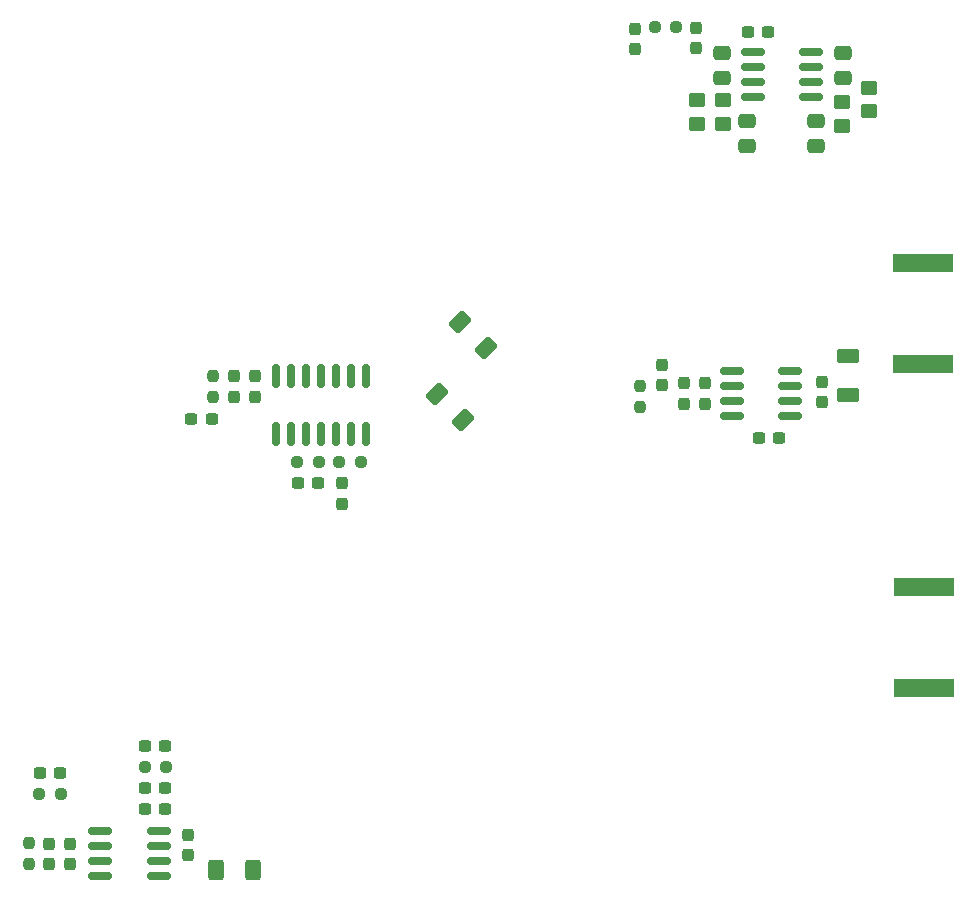
<source format=gbr>
%TF.GenerationSoftware,KiCad,Pcbnew,7.0.8*%
%TF.CreationDate,2023-11-11T12:02:15+01:00*%
%TF.ProjectId,Rhapsody_IQ,52686170-736f-4647-995f-49512e6b6963,rev?*%
%TF.SameCoordinates,Original*%
%TF.FileFunction,Paste,Bot*%
%TF.FilePolarity,Positive*%
%FSLAX46Y46*%
G04 Gerber Fmt 4.6, Leading zero omitted, Abs format (unit mm)*
G04 Created by KiCad (PCBNEW 7.0.8) date 2023-11-11 12:02:15*
%MOMM*%
%LPD*%
G01*
G04 APERTURE LIST*
G04 Aperture macros list*
%AMRoundRect*
0 Rectangle with rounded corners*
0 $1 Rounding radius*
0 $2 $3 $4 $5 $6 $7 $8 $9 X,Y pos of 4 corners*
0 Add a 4 corners polygon primitive as box body*
4,1,4,$2,$3,$4,$5,$6,$7,$8,$9,$2,$3,0*
0 Add four circle primitives for the rounded corners*
1,1,$1+$1,$2,$3*
1,1,$1+$1,$4,$5*
1,1,$1+$1,$6,$7*
1,1,$1+$1,$8,$9*
0 Add four rect primitives between the rounded corners*
20,1,$1+$1,$2,$3,$4,$5,0*
20,1,$1+$1,$4,$5,$6,$7,0*
20,1,$1+$1,$6,$7,$8,$9,0*
20,1,$1+$1,$8,$9,$2,$3,0*%
G04 Aperture macros list end*
%ADD10R,5.080000X1.500000*%
%ADD11RoundRect,0.237500X-0.300000X-0.237500X0.300000X-0.237500X0.300000X0.237500X-0.300000X0.237500X0*%
%ADD12RoundRect,0.237500X0.250000X0.237500X-0.250000X0.237500X-0.250000X-0.237500X0.250000X-0.237500X0*%
%ADD13RoundRect,0.237500X0.300000X0.237500X-0.300000X0.237500X-0.300000X-0.237500X0.300000X-0.237500X0*%
%ADD14RoundRect,0.237500X0.237500X-0.250000X0.237500X0.250000X-0.237500X0.250000X-0.237500X-0.250000X0*%
%ADD15RoundRect,0.237500X-0.237500X0.300000X-0.237500X-0.300000X0.237500X-0.300000X0.237500X0.300000X0*%
%ADD16RoundRect,0.237500X0.237500X-0.300000X0.237500X0.300000X-0.237500X0.300000X-0.237500X-0.300000X0*%
%ADD17RoundRect,0.250000X-0.400000X-0.625000X0.400000X-0.625000X0.400000X0.625000X-0.400000X0.625000X0*%
%ADD18RoundRect,0.150000X0.825000X0.150000X-0.825000X0.150000X-0.825000X-0.150000X0.825000X-0.150000X0*%
%ADD19RoundRect,0.237500X-0.250000X-0.237500X0.250000X-0.237500X0.250000X0.237500X-0.250000X0.237500X0*%
%ADD20RoundRect,0.250000X0.700000X-0.362500X0.700000X0.362500X-0.700000X0.362500X-0.700000X-0.362500X0*%
%ADD21RoundRect,0.250000X-0.724784X-0.159099X-0.159099X-0.724784X0.724784X0.159099X0.159099X0.724784X0*%
%ADD22RoundRect,0.250000X0.475000X-0.337500X0.475000X0.337500X-0.475000X0.337500X-0.475000X-0.337500X0*%
%ADD23RoundRect,0.150000X-0.150000X0.825000X-0.150000X-0.825000X0.150000X-0.825000X0.150000X0.825000X0*%
%ADD24RoundRect,0.250000X0.450000X-0.350000X0.450000X0.350000X-0.450000X0.350000X-0.450000X-0.350000X0*%
%ADD25RoundRect,0.250000X-0.450000X0.350000X-0.450000X-0.350000X0.450000X-0.350000X0.450000X0.350000X0*%
%ADD26RoundRect,0.237500X-0.237500X0.250000X-0.237500X-0.250000X0.237500X-0.250000X0.237500X0.250000X0*%
%ADD27RoundRect,0.250000X-0.475000X0.337500X-0.475000X-0.337500X0.475000X-0.337500X0.475000X0.337500X0*%
G04 APERTURE END LIST*
D10*
%TO.C,J102*%
X188566500Y-80332000D03*
X188566500Y-88832000D03*
%TD*%
%TO.C,J104*%
X188439500Y-52900000D03*
X188439500Y-61400000D03*
%TD*%
D11*
%TO.C,C233*%
X173635500Y-33274000D03*
X175360500Y-33274000D03*
%TD*%
D12*
%TO.C,R305*%
X124395000Y-95504000D03*
X122570000Y-95504000D03*
%TD*%
D13*
%TO.C,C402*%
X128243500Y-66105000D03*
X126518500Y-66105000D03*
%TD*%
D14*
%TO.C,R307*%
X112776000Y-103782500D03*
X112776000Y-101957500D03*
%TD*%
D15*
%TO.C,C115*%
X179959000Y-62891500D03*
X179959000Y-64616500D03*
%TD*%
D16*
%TO.C,C404*%
X131953000Y-64173500D03*
X131953000Y-62448500D03*
%TD*%
D17*
%TO.C,R306*%
X128625000Y-104267000D03*
X131725000Y-104267000D03*
%TD*%
D15*
%TO.C,C232*%
X169265600Y-32970300D03*
X169265600Y-34695300D03*
%TD*%
D18*
%TO.C,U303*%
X123785400Y-100914200D03*
X123785400Y-102184200D03*
X123785400Y-103454200D03*
X123785400Y-104724200D03*
X118835400Y-104724200D03*
X118835400Y-103454200D03*
X118835400Y-102184200D03*
X118835400Y-100914200D03*
%TD*%
D11*
%TO.C,C311*%
X122581500Y-97282000D03*
X124306500Y-97282000D03*
%TD*%
D19*
%TO.C,R405*%
X139041500Y-69723000D03*
X140866500Y-69723000D03*
%TD*%
D20*
%TO.C,L203*%
X182118000Y-64044900D03*
X182118000Y-60719900D03*
%TD*%
D21*
%TO.C,R401*%
X149271984Y-57831984D03*
X151464016Y-60024016D03*
%TD*%
D22*
%TO.C,C221*%
X171500800Y-37156300D03*
X171500800Y-35081300D03*
%TD*%
D18*
%TO.C,U102*%
X177227000Y-61976000D03*
X177227000Y-63246000D03*
X177227000Y-64516000D03*
X177227000Y-65786000D03*
X172277000Y-65786000D03*
X172277000Y-64516000D03*
X172277000Y-63246000D03*
X172277000Y-61976000D03*
%TD*%
D19*
%TO.C,R303*%
X113641500Y-97825500D03*
X115466500Y-97825500D03*
%TD*%
D16*
%TO.C,C403*%
X130175000Y-64173500D03*
X130175000Y-62448500D03*
%TD*%
%TO.C,C405*%
X139319000Y-73226000D03*
X139319000Y-71501000D03*
%TD*%
D11*
%TO.C,C312*%
X122581500Y-99060000D03*
X124306500Y-99060000D03*
%TD*%
D23*
%TO.C,U401*%
X133731000Y-62422000D03*
X135001000Y-62422000D03*
X136271000Y-62422000D03*
X137541000Y-62422000D03*
X138811000Y-62422000D03*
X140081000Y-62422000D03*
X141351000Y-62422000D03*
X141351000Y-67372000D03*
X140081000Y-67372000D03*
X138811000Y-67372000D03*
X137541000Y-67372000D03*
X136271000Y-67372000D03*
X135001000Y-67372000D03*
X133731000Y-67372000D03*
%TD*%
D19*
%TO.C,R221*%
X165762300Y-32918400D03*
X167587300Y-32918400D03*
%TD*%
D24*
%TO.C,R217*%
X169367200Y-41081200D03*
X169367200Y-39081200D03*
%TD*%
%TO.C,R207*%
X183946800Y-40014400D03*
X183946800Y-38014400D03*
%TD*%
D25*
%TO.C,R208*%
X181660800Y-39233600D03*
X181660800Y-41233600D03*
%TD*%
D11*
%TO.C,C310*%
X122581500Y-93726000D03*
X124306500Y-93726000D03*
%TD*%
D16*
%TO.C,C110*%
X166370000Y-63194100D03*
X166370000Y-61469100D03*
%TD*%
D26*
%TO.C,R104*%
X164530000Y-63247900D03*
X164530000Y-65072900D03*
%TD*%
D21*
%TO.C,R402*%
X147366984Y-63927984D03*
X149559016Y-66120016D03*
%TD*%
D15*
%TO.C,C112*%
X168213000Y-63043900D03*
X168213000Y-64768900D03*
%TD*%
D25*
%TO.C,R218*%
X171551600Y-39081200D03*
X171551600Y-41081200D03*
%TD*%
D11*
%TO.C,C114*%
X174589500Y-67691000D03*
X176314500Y-67691000D03*
%TD*%
D15*
%TO.C,C231*%
X164134800Y-33021100D03*
X164134800Y-34746100D03*
%TD*%
D16*
%TO.C,C309*%
X126238000Y-102970500D03*
X126238000Y-101245500D03*
%TD*%
D22*
%TO.C,C205*%
X181711600Y-37177800D03*
X181711600Y-35102800D03*
%TD*%
D19*
%TO.C,R404*%
X135485500Y-69723000D03*
X137310500Y-69723000D03*
%TD*%
D15*
%TO.C,C111*%
X169991000Y-63043900D03*
X169991000Y-64768900D03*
%TD*%
D27*
%TO.C,C229*%
X173583600Y-40872500D03*
X173583600Y-42947500D03*
%TD*%
D18*
%TO.C,U202*%
X179005000Y-35026600D03*
X179005000Y-36296600D03*
X179005000Y-37566600D03*
X179005000Y-38836600D03*
X174055000Y-38836600D03*
X174055000Y-37566600D03*
X174055000Y-36296600D03*
X174055000Y-35026600D03*
%TD*%
D11*
%TO.C,C401*%
X135535500Y-71501000D03*
X137260500Y-71501000D03*
%TD*%
D13*
%TO.C,C320*%
X115416500Y-96012000D03*
X113691500Y-96012000D03*
%TD*%
D15*
%TO.C,C307*%
X114518500Y-102007500D03*
X114518500Y-103732500D03*
%TD*%
%TO.C,C308*%
X116296500Y-102007500D03*
X116296500Y-103732500D03*
%TD*%
D27*
%TO.C,C218*%
X179425600Y-40872500D03*
X179425600Y-42947500D03*
%TD*%
D26*
%TO.C,R403*%
X128397000Y-62398500D03*
X128397000Y-64223500D03*
%TD*%
M02*

</source>
